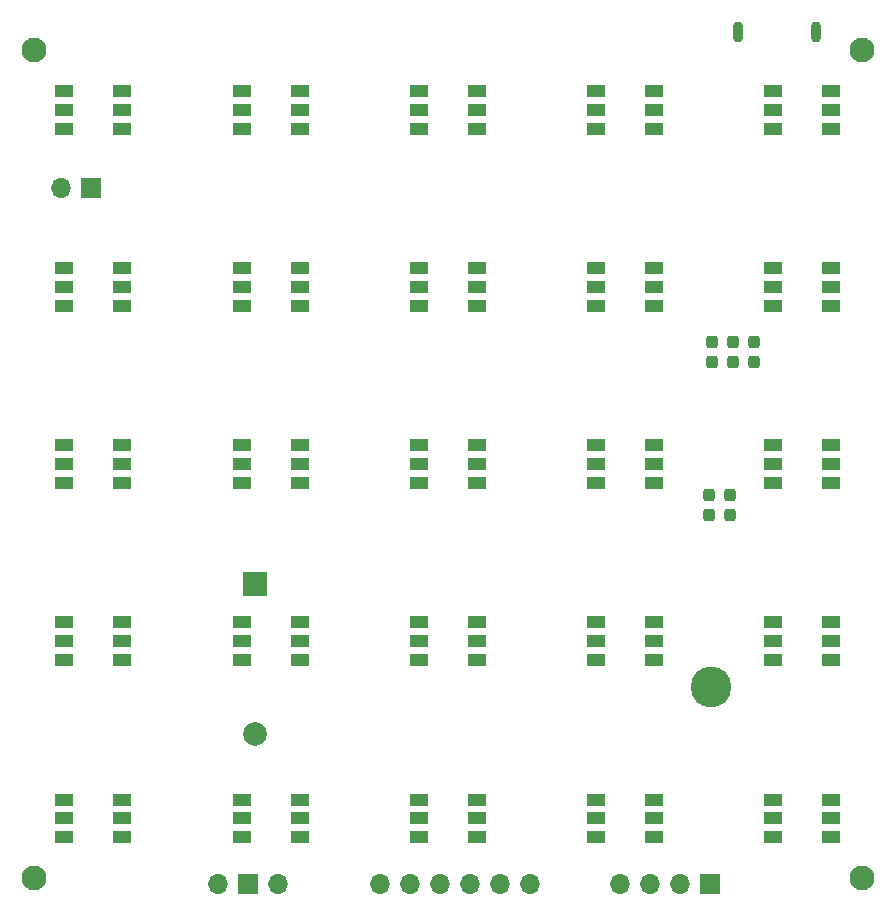
<source format=gbs>
G04 #@! TF.GenerationSoftware,KiCad,Pcbnew,(6.0.5)*
G04 #@! TF.CreationDate,2023-04-10T12:53:00-04:00*
G04 #@! TF.ProjectId,control_board,636f6e74-726f-46c5-9f62-6f6172642e6b,rev?*
G04 #@! TF.SameCoordinates,Original*
G04 #@! TF.FileFunction,Soldermask,Bot*
G04 #@! TF.FilePolarity,Negative*
%FSLAX46Y46*%
G04 Gerber Fmt 4.6, Leading zero omitted, Abs format (unit mm)*
G04 Created by KiCad (PCBNEW (6.0.5)) date 2023-04-10 12:53:00*
%MOMM*%
%LPD*%
G01*
G04 APERTURE LIST*
G04 Aperture macros list*
%AMRoundRect*
0 Rectangle with rounded corners*
0 $1 Rounding radius*
0 $2 $3 $4 $5 $6 $7 $8 $9 X,Y pos of 4 corners*
0 Add a 4 corners polygon primitive as box body*
4,1,4,$2,$3,$4,$5,$6,$7,$8,$9,$2,$3,0*
0 Add four circle primitives for the rounded corners*
1,1,$1+$1,$2,$3*
1,1,$1+$1,$4,$5*
1,1,$1+$1,$6,$7*
1,1,$1+$1,$8,$9*
0 Add four rect primitives between the rounded corners*
20,1,$1+$1,$2,$3,$4,$5,0*
20,1,$1+$1,$4,$5,$6,$7,0*
20,1,$1+$1,$6,$7,$8,$9,0*
20,1,$1+$1,$8,$9,$2,$3,0*%
G04 Aperture macros list end*
%ADD10R,1.700000X1.700000*%
%ADD11O,1.700000X1.700000*%
%ADD12O,0.900000X1.800000*%
%ADD13C,0.500000*%
%ADD14C,2.100000*%
%ADD15C,2.000000*%
%ADD16R,2.000000X2.000000*%
%ADD17C,3.450000*%
%ADD18R,1.500000X1.000000*%
%ADD19RoundRect,0.237500X0.237500X-0.300000X0.237500X0.300000X-0.237500X0.300000X-0.237500X-0.300000X0*%
%ADD20RoundRect,0.237500X-0.237500X0.300000X-0.237500X-0.300000X0.237500X-0.300000X0.237500X0.300000X0*%
G04 APERTURE END LIST*
D10*
X161925000Y-124460000D03*
D11*
X159385000Y-124460000D03*
X156845000Y-124460000D03*
X154305000Y-124460000D03*
D12*
X170918250Y-52324000D03*
X164318250Y-52324000D03*
D13*
X170918250Y-52324000D03*
X164318250Y-52324000D03*
D14*
X174752000Y-53848000D03*
D15*
X123420000Y-111760000D03*
D16*
X123420000Y-99060000D03*
D17*
X162030000Y-107760000D03*
D11*
X125365000Y-124460000D03*
D10*
X122825000Y-124460000D03*
D11*
X120285000Y-124460000D03*
D14*
X104648000Y-123952000D03*
D11*
X146685000Y-124460000D03*
X144145000Y-124460000D03*
X141605000Y-124460000D03*
X139065000Y-124460000D03*
X136525000Y-124460000D03*
X133985000Y-124460000D03*
D10*
X109479000Y-65532000D03*
D11*
X106939000Y-65532000D03*
D14*
X104648000Y-53848000D03*
X174752000Y-123952000D03*
D18*
X157150000Y-117300000D03*
X157150000Y-118900000D03*
X157150000Y-120500000D03*
X152250000Y-120500000D03*
X152250000Y-118900000D03*
X152250000Y-117300000D03*
X172150000Y-117300000D03*
X172150000Y-118900000D03*
X172150000Y-120500000D03*
X167250000Y-120500000D03*
X167250000Y-118900000D03*
X167250000Y-117300000D03*
D19*
X162060000Y-80264000D03*
X162060000Y-78539000D03*
D18*
X142150000Y-57300000D03*
X142150000Y-58900000D03*
X142150000Y-60500000D03*
X137250000Y-60500000D03*
X137250000Y-58900000D03*
X137250000Y-57300000D03*
X112150000Y-57300000D03*
X112150000Y-58900000D03*
X112150000Y-60500000D03*
X107250000Y-60500000D03*
X107250000Y-58900000D03*
X107250000Y-57300000D03*
D19*
X165616000Y-80264000D03*
X165616000Y-78539000D03*
D18*
X157150000Y-87300000D03*
X157150000Y-88900000D03*
X157150000Y-90500000D03*
X152250000Y-90500000D03*
X152250000Y-88900000D03*
X152250000Y-87300000D03*
X142150000Y-87300000D03*
X142150000Y-88900000D03*
X142150000Y-90500000D03*
X137250000Y-90500000D03*
X137250000Y-88900000D03*
X137250000Y-87300000D03*
D20*
X161806000Y-91493000D03*
X161806000Y-93218000D03*
D18*
X127150000Y-72300000D03*
X127150000Y-73900000D03*
X127150000Y-75500000D03*
X122250000Y-75500000D03*
X122250000Y-73900000D03*
X122250000Y-72300000D03*
X157150000Y-72300000D03*
X157150000Y-73900000D03*
X157150000Y-75500000D03*
X152250000Y-75500000D03*
X152250000Y-73900000D03*
X152250000Y-72300000D03*
X172150000Y-87300000D03*
X172150000Y-88900000D03*
X172150000Y-90500000D03*
X167250000Y-90500000D03*
X167250000Y-88900000D03*
X167250000Y-87300000D03*
X112150000Y-102300000D03*
X112150000Y-103900000D03*
X112150000Y-105500000D03*
X107250000Y-105500000D03*
X107250000Y-103900000D03*
X107250000Y-102300000D03*
X142150000Y-117300000D03*
X142150000Y-118900000D03*
X142150000Y-120500000D03*
X137250000Y-120500000D03*
X137250000Y-118900000D03*
X137250000Y-117300000D03*
X157150000Y-57300000D03*
X157150000Y-58900000D03*
X157150000Y-60500000D03*
X152250000Y-60500000D03*
X152250000Y-58900000D03*
X152250000Y-57300000D03*
X172150000Y-57300000D03*
X172150000Y-58900000D03*
X172150000Y-60500000D03*
X167250000Y-60500000D03*
X167250000Y-58900000D03*
X167250000Y-57300000D03*
X142150000Y-102300000D03*
X142150000Y-103900000D03*
X142150000Y-105500000D03*
X137250000Y-105500000D03*
X137250000Y-103900000D03*
X137250000Y-102300000D03*
X172150000Y-72300000D03*
X172150000Y-73900000D03*
X172150000Y-75500000D03*
X167250000Y-75500000D03*
X167250000Y-73900000D03*
X167250000Y-72300000D03*
X172150000Y-102300000D03*
X172150000Y-103900000D03*
X172150000Y-105500000D03*
X167250000Y-105500000D03*
X167250000Y-103900000D03*
X167250000Y-102300000D03*
X142150000Y-72300000D03*
X142150000Y-73900000D03*
X142150000Y-75500000D03*
X137250000Y-75500000D03*
X137250000Y-73900000D03*
X137250000Y-72300000D03*
X127150000Y-102300000D03*
X127150000Y-103900000D03*
X127150000Y-105500000D03*
X122250000Y-105500000D03*
X122250000Y-103900000D03*
X122250000Y-102300000D03*
X127150000Y-57300000D03*
X127150000Y-58900000D03*
X127150000Y-60500000D03*
X122250000Y-60500000D03*
X122250000Y-58900000D03*
X122250000Y-57300000D03*
D20*
X163576000Y-91493000D03*
X163576000Y-93218000D03*
D18*
X112150000Y-117300000D03*
X112150000Y-118900000D03*
X112150000Y-120500000D03*
X107250000Y-120500000D03*
X107250000Y-118900000D03*
X107250000Y-117300000D03*
X157150000Y-102300000D03*
X157150000Y-103900000D03*
X157150000Y-105500000D03*
X152250000Y-105500000D03*
X152250000Y-103900000D03*
X152250000Y-102300000D03*
X112150000Y-87300000D03*
X112150000Y-88900000D03*
X112150000Y-90500000D03*
X107250000Y-90500000D03*
X107250000Y-88900000D03*
X107250000Y-87300000D03*
X127150000Y-87300000D03*
X127150000Y-88900000D03*
X127150000Y-90500000D03*
X122250000Y-90500000D03*
X122250000Y-88900000D03*
X122250000Y-87300000D03*
D19*
X163838000Y-80264000D03*
X163838000Y-78539000D03*
D18*
X112150000Y-72300000D03*
X112150000Y-73900000D03*
X112150000Y-75500000D03*
X107250000Y-75500000D03*
X107250000Y-73900000D03*
X107250000Y-72300000D03*
X127150000Y-117300000D03*
X127150000Y-118900000D03*
X127150000Y-120500000D03*
X122250000Y-120500000D03*
X122250000Y-118900000D03*
X122250000Y-117300000D03*
M02*

</source>
